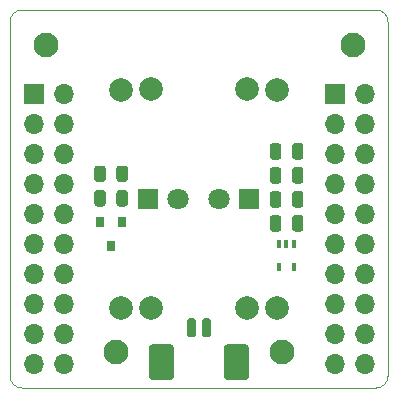
<source format=gbr>
%TF.GenerationSoftware,KiCad,Pcbnew,(5.99.0-3309-g5424d6fa0)*%
%TF.CreationDate,2020-10-07T16:53:38+02:00*%
%TF.ProjectId,ehz-adapter-v2,65687a2d-6164-4617-9074-65722d76322e,rev?*%
%TF.SameCoordinates,Original*%
%TF.FileFunction,Soldermask,Top*%
%TF.FilePolarity,Negative*%
%FSLAX46Y46*%
G04 Gerber Fmt 4.6, Leading zero omitted, Abs format (unit mm)*
G04 Created by KiCad (PCBNEW (5.99.0-3309-g5424d6fa0)) date 2020-10-07 16:53:38*
%MOMM*%
%LPD*%
G01*
G04 APERTURE LIST*
%TA.AperFunction,Profile*%
%ADD10C,0.100000*%
%TD*%
%ADD11C,2.100000*%
%ADD12C,2.000000*%
%ADD13R,0.800000X0.900000*%
%ADD14R,0.400000X0.650000*%
%ADD15R,1.700000X1.700000*%
%ADD16O,1.700000X1.700000*%
%ADD17R,1.800000X1.800000*%
%ADD18C,1.800000*%
G04 APERTURE END LIST*
D10*
X40000000Y-39000000D02*
G75*
G03*
X39000000Y-40000000I0J-1000000D01*
G01*
X40000000Y-39000000D02*
X70000000Y-39000000D01*
X71000000Y-40000000D02*
X71000000Y-70000000D01*
X39000000Y-70000000D02*
X39000000Y-40000000D01*
X71000000Y-40000000D02*
G75*
G03*
X70000000Y-39000000I-1000000J0D01*
G01*
X39000000Y-70000000D02*
G75*
G03*
X40000000Y-71000000I1000000J0D01*
G01*
X70000000Y-71000000D02*
X40000000Y-71000000D01*
X70000000Y-71000000D02*
G75*
G03*
X71000000Y-70000000I0J1000000D01*
G01*
D11*
X62000000Y-68000000D03*
X48000000Y-68000000D03*
X42000000Y-42000000D03*
D12*
X48396000Y-64194800D03*
X50936000Y-64271000D03*
X59064000Y-64271000D03*
X61604000Y-64194800D03*
X48396000Y-45754400D03*
X50936000Y-45729000D03*
X59064000Y-45729000D03*
X61604000Y-45754400D03*
D13*
X48502000Y-56952000D03*
X46602000Y-56952000D03*
X47552000Y-58952000D03*
G36*
G01*
X53961000Y-66521000D02*
X53961000Y-65321000D01*
G75*
G02*
X54161000Y-65121000I200000J0D01*
G01*
X54561000Y-65121000D01*
G75*
G02*
X54761000Y-65321000I0J-200000D01*
G01*
X54761000Y-66521000D01*
G75*
G02*
X54561000Y-66721000I-200000J0D01*
G01*
X54161000Y-66721000D01*
G75*
G02*
X53961000Y-66521000I0J200000D01*
G01*
G37*
G36*
G01*
X55211000Y-66521000D02*
X55211000Y-65321000D01*
G75*
G02*
X55411000Y-65121000I200000J0D01*
G01*
X55811000Y-65121000D01*
G75*
G02*
X56011000Y-65321000I0J-200000D01*
G01*
X56011000Y-66521000D01*
G75*
G02*
X55811000Y-66721000I-200000J0D01*
G01*
X55411000Y-66721000D01*
G75*
G02*
X55211000Y-66521000I0J200000D01*
G01*
G37*
G36*
G01*
X57111000Y-70070999D02*
X57111000Y-67571001D01*
G75*
G02*
X57361001Y-67321000I250001J0D01*
G01*
X58960999Y-67321000D01*
G75*
G02*
X59211000Y-67571001I0J-250001D01*
G01*
X59211000Y-70070999D01*
G75*
G02*
X58960999Y-70321000I-250001J0D01*
G01*
X57361001Y-70321000D01*
G75*
G02*
X57111000Y-70070999I0J250001D01*
G01*
G37*
G36*
G01*
X50761000Y-70070999D02*
X50761000Y-67571001D01*
G75*
G02*
X51011001Y-67321000I250001J0D01*
G01*
X52610999Y-67321000D01*
G75*
G02*
X52861000Y-67571001I0J-250001D01*
G01*
X52861000Y-70070999D01*
G75*
G02*
X52610999Y-70321000I-250001J0D01*
G01*
X51011001Y-70321000D01*
G75*
G02*
X50761000Y-70070999I0J250001D01*
G01*
G37*
D11*
X68000000Y-42000000D03*
D14*
X63050000Y-58850000D03*
X62400000Y-58850000D03*
X61750000Y-58850000D03*
X61750000Y-60750000D03*
X63050000Y-60750000D03*
G36*
G01*
X46127000Y-53328250D02*
X46127000Y-52415750D01*
G75*
G02*
X46370750Y-52172000I243750J0D01*
G01*
X46858250Y-52172000D01*
G75*
G02*
X47102000Y-52415750I0J-243750D01*
G01*
X47102000Y-53328250D01*
G75*
G02*
X46858250Y-53572000I-243750J0D01*
G01*
X46370750Y-53572000D01*
G75*
G02*
X46127000Y-53328250I0J243750D01*
G01*
G37*
G36*
G01*
X48002000Y-53328250D02*
X48002000Y-52415750D01*
G75*
G02*
X48245750Y-52172000I243750J0D01*
G01*
X48733250Y-52172000D01*
G75*
G02*
X48977000Y-52415750I0J-243750D01*
G01*
X48977000Y-53328250D01*
G75*
G02*
X48733250Y-53572000I-243750J0D01*
G01*
X48245750Y-53572000D01*
G75*
G02*
X48002000Y-53328250I0J243750D01*
G01*
G37*
G36*
G01*
X60990000Y-53459250D02*
X60990000Y-52546750D01*
G75*
G02*
X61233750Y-52303000I243750J0D01*
G01*
X61721250Y-52303000D01*
G75*
G02*
X61965000Y-52546750I0J-243750D01*
G01*
X61965000Y-53459250D01*
G75*
G02*
X61721250Y-53703000I-243750J0D01*
G01*
X61233750Y-53703000D01*
G75*
G02*
X60990000Y-53459250I0J243750D01*
G01*
G37*
G36*
G01*
X62865000Y-53459250D02*
X62865000Y-52546750D01*
G75*
G02*
X63108750Y-52303000I243750J0D01*
G01*
X63596250Y-52303000D01*
G75*
G02*
X63840000Y-52546750I0J-243750D01*
G01*
X63840000Y-53459250D01*
G75*
G02*
X63596250Y-53703000I-243750J0D01*
G01*
X63108750Y-53703000D01*
G75*
G02*
X62865000Y-53459250I0J243750D01*
G01*
G37*
G36*
G01*
X63840000Y-50514750D02*
X63840000Y-51427250D01*
G75*
G02*
X63596250Y-51671000I-243750J0D01*
G01*
X63108750Y-51671000D01*
G75*
G02*
X62865000Y-51427250I0J243750D01*
G01*
X62865000Y-50514750D01*
G75*
G02*
X63108750Y-50271000I243750J0D01*
G01*
X63596250Y-50271000D01*
G75*
G02*
X63840000Y-50514750I0J-243750D01*
G01*
G37*
G36*
G01*
X61965000Y-50514750D02*
X61965000Y-51427250D01*
G75*
G02*
X61721250Y-51671000I-243750J0D01*
G01*
X61233750Y-51671000D01*
G75*
G02*
X60990000Y-51427250I0J243750D01*
G01*
X60990000Y-50514750D01*
G75*
G02*
X61233750Y-50271000I243750J0D01*
G01*
X61721250Y-50271000D01*
G75*
G02*
X61965000Y-50514750I0J-243750D01*
G01*
G37*
D15*
X41000000Y-46140000D03*
D16*
X43540000Y-46140000D03*
X41000000Y-48680000D03*
X43540000Y-48680000D03*
X41000000Y-51220000D03*
X43540000Y-51220000D03*
X41000000Y-53760000D03*
X43540000Y-53760000D03*
X41000000Y-56300000D03*
X43540000Y-56300000D03*
X41000000Y-58840000D03*
X43540000Y-58840000D03*
X41000000Y-61380000D03*
X43540000Y-61380000D03*
X41000000Y-63920000D03*
X43540000Y-63920000D03*
X41000000Y-66460000D03*
X43540000Y-66460000D03*
X41000000Y-69000000D03*
X43540000Y-69000000D03*
G36*
G01*
X60990000Y-55491250D02*
X60990000Y-54578750D01*
G75*
G02*
X61233750Y-54335000I243750J0D01*
G01*
X61721250Y-54335000D01*
G75*
G02*
X61965000Y-54578750I0J-243750D01*
G01*
X61965000Y-55491250D01*
G75*
G02*
X61721250Y-55735000I-243750J0D01*
G01*
X61233750Y-55735000D01*
G75*
G02*
X60990000Y-55491250I0J243750D01*
G01*
G37*
G36*
G01*
X62865000Y-55491250D02*
X62865000Y-54578750D01*
G75*
G02*
X63108750Y-54335000I243750J0D01*
G01*
X63596250Y-54335000D01*
G75*
G02*
X63840000Y-54578750I0J-243750D01*
G01*
X63840000Y-55491250D01*
G75*
G02*
X63596250Y-55735000I-243750J0D01*
G01*
X63108750Y-55735000D01*
G75*
G02*
X62865000Y-55491250I0J243750D01*
G01*
G37*
G36*
G01*
X63840000Y-56610750D02*
X63840000Y-57523250D01*
G75*
G02*
X63596250Y-57767000I-243750J0D01*
G01*
X63108750Y-57767000D01*
G75*
G02*
X62865000Y-57523250I0J243750D01*
G01*
X62865000Y-56610750D01*
G75*
G02*
X63108750Y-56367000I243750J0D01*
G01*
X63596250Y-56367000D01*
G75*
G02*
X63840000Y-56610750I0J-243750D01*
G01*
G37*
G36*
G01*
X61965000Y-56610750D02*
X61965000Y-57523250D01*
G75*
G02*
X61721250Y-57767000I-243750J0D01*
G01*
X61233750Y-57767000D01*
G75*
G02*
X60990000Y-57523250I0J243750D01*
G01*
X60990000Y-56610750D01*
G75*
G02*
X61233750Y-56367000I243750J0D01*
G01*
X61721250Y-56367000D01*
G75*
G02*
X61965000Y-56610750I0J-243750D01*
G01*
G37*
D15*
X66500000Y-46140000D03*
D16*
X69040000Y-46140000D03*
X66500000Y-48680000D03*
X69040000Y-48680000D03*
X66500000Y-51220000D03*
X69040000Y-51220000D03*
X66500000Y-53760000D03*
X69040000Y-53760000D03*
X66500000Y-56300000D03*
X69040000Y-56300000D03*
X66500000Y-58840000D03*
X69040000Y-58840000D03*
X66500000Y-61380000D03*
X69040000Y-61380000D03*
X66500000Y-63920000D03*
X69040000Y-63920000D03*
X66500000Y-66460000D03*
X69040000Y-66460000D03*
X66500000Y-69000000D03*
X69040000Y-69000000D03*
G36*
G01*
X48977000Y-54495750D02*
X48977000Y-55408250D01*
G75*
G02*
X48733250Y-55652000I-243750J0D01*
G01*
X48245750Y-55652000D01*
G75*
G02*
X48002000Y-55408250I0J243750D01*
G01*
X48002000Y-54495750D01*
G75*
G02*
X48245750Y-54252000I243750J0D01*
G01*
X48733250Y-54252000D01*
G75*
G02*
X48977000Y-54495750I0J-243750D01*
G01*
G37*
G36*
G01*
X47102000Y-54495750D02*
X47102000Y-55408250D01*
G75*
G02*
X46858250Y-55652000I-243750J0D01*
G01*
X46370750Y-55652000D01*
G75*
G02*
X46127000Y-55408250I0J243750D01*
G01*
X46127000Y-54495750D01*
G75*
G02*
X46370750Y-54252000I243750J0D01*
G01*
X46858250Y-54252000D01*
G75*
G02*
X47102000Y-54495750I0J-243750D01*
G01*
G37*
D17*
X59265000Y-55000000D03*
D18*
X56725000Y-55000000D03*
D17*
X50700000Y-55000000D03*
D18*
X53240000Y-55000000D03*
M02*

</source>
